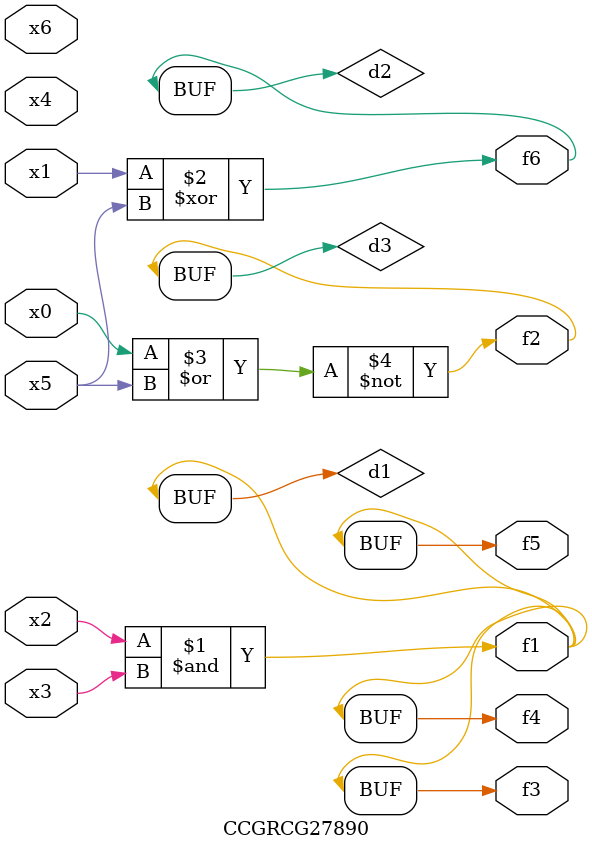
<source format=v>
module CCGRCG27890(
	input x0, x1, x2, x3, x4, x5, x6,
	output f1, f2, f3, f4, f5, f6
);

	wire d1, d2, d3;

	and (d1, x2, x3);
	xor (d2, x1, x5);
	nor (d3, x0, x5);
	assign f1 = d1;
	assign f2 = d3;
	assign f3 = d1;
	assign f4 = d1;
	assign f5 = d1;
	assign f6 = d2;
endmodule

</source>
